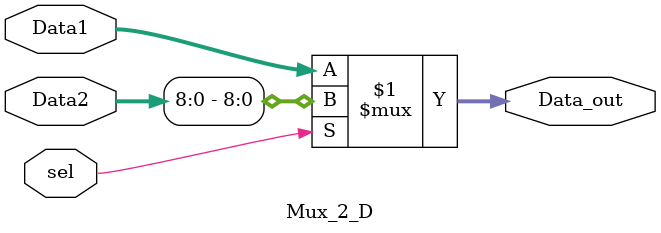
<source format=sv>
`timescale 1ns / 1ps


module Mux_2_D(
    input logic [8:0] Data1,
    input logic [31:0] Data2,
    input logic sel,
    
    output logic [8:0] Data_out
    );
    
    assign Data_out = sel? Data2[8:0] : Data1;

endmodule

</source>
